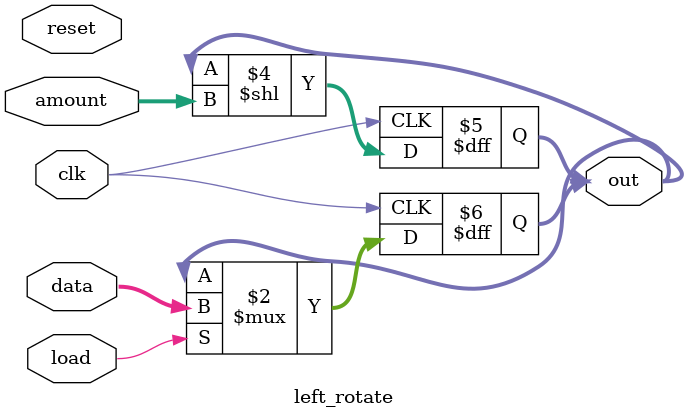
<source format=v>
module left_rotate(clk,reset,amount,data,load,out);
input clk,reset;
input [2:0] amount;
input [7:0] data;
input load;
output reg [7:0] out;
// when load is high, load data to out
// rotate the register out followed by shift left by amount bits

always @(posedge clk)
	begin
	out = load ? data : out;
	end

always @(posedge clk)
	begin
	out = out << amount;
	end

endmodule

</source>
